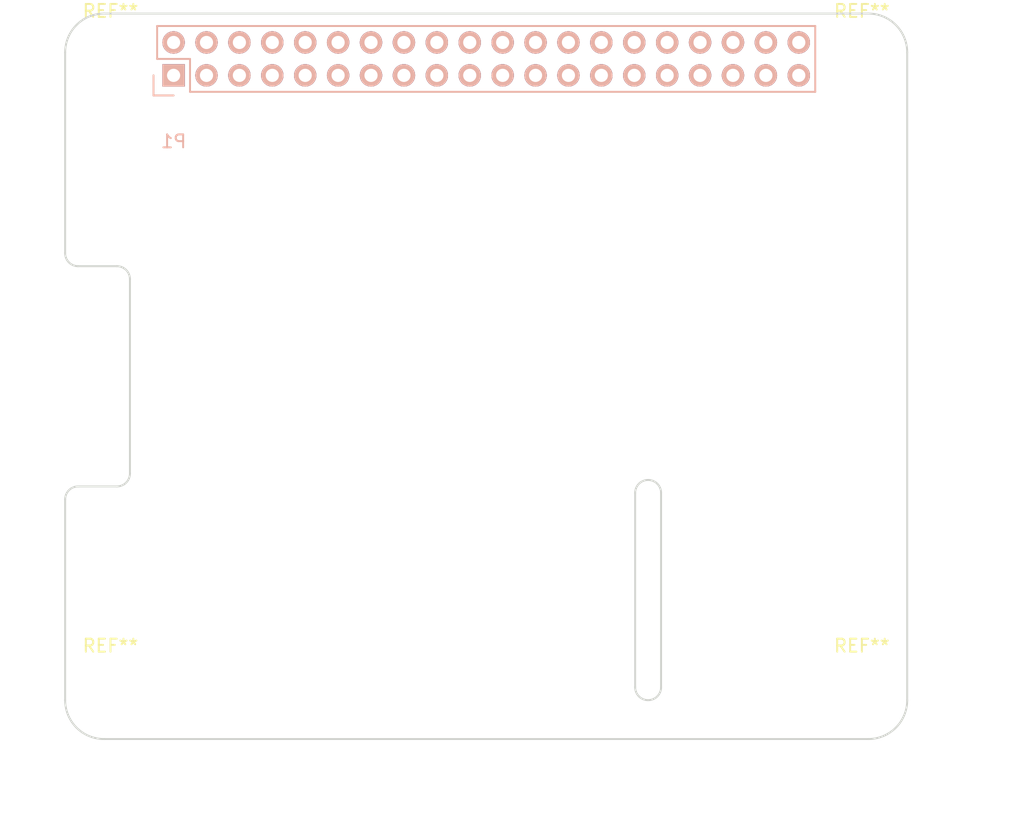
<source format=kicad_pcb>
(kicad_pcb (version 4) (host pcbnew 4.0.4+e1-6308~48~ubuntu16.04.1-stable)

  (general
    (links 9)
    (no_connects 9)
    (area 49.895238 47.825 125.104762 106.275)
    (thickness 1.6)
    (drawings 22)
    (tracks 0)
    (zones 0)
    (modules 5)
    (nets 32)
  )

  (page A4)
  (layers
    (0 F.Cu signal)
    (31 B.Cu signal)
    (32 B.Adhes user)
    (33 F.Adhes user)
    (34 B.Paste user)
    (35 F.Paste user)
    (36 B.SilkS user)
    (37 F.SilkS user)
    (38 B.Mask user)
    (39 F.Mask user)
    (40 Dwgs.User user)
    (41 Cmts.User user)
    (42 Eco1.User user)
    (43 Eco2.User user)
    (44 Edge.Cuts user)
    (45 Margin user)
    (46 B.CrtYd user)
    (47 F.CrtYd user)
    (48 B.Fab user)
    (49 F.Fab user)
  )

  (setup
    (last_trace_width 0.25)
    (trace_clearance 0.2)
    (zone_clearance 0.508)
    (zone_45_only no)
    (trace_min 0.2)
    (segment_width 0.2)
    (edge_width 0.15)
    (via_size 0.6)
    (via_drill 0.4)
    (via_min_size 0.4)
    (via_min_drill 0.3)
    (uvia_size 0.3)
    (uvia_drill 0.1)
    (uvias_allowed no)
    (uvia_min_size 0.2)
    (uvia_min_drill 0.1)
    (pcb_text_width 0.3)
    (pcb_text_size 1.5 1.5)
    (mod_edge_width 0.15)
    (mod_text_size 1 1)
    (mod_text_width 0.15)
    (pad_size 1.524 1.524)
    (pad_drill 0.762)
    (pad_to_mask_clearance 0.2)
    (aux_axis_origin 0 0)
    (visible_elements FFFFFF7F)
    (pcbplotparams
      (layerselection 0x00030_80000001)
      (usegerberextensions false)
      (excludeedgelayer true)
      (linewidth 0.100000)
      (plotframeref false)
      (viasonmask false)
      (mode 1)
      (useauxorigin false)
      (hpglpennumber 1)
      (hpglpenspeed 20)
      (hpglpendiameter 15)
      (hpglpenoverlay 2)
      (psnegative false)
      (psa4output false)
      (plotreference true)
      (plotvalue true)
      (plotinvisibletext false)
      (padsonsilk false)
      (subtractmaskfromsilk false)
      (outputformat 1)
      (mirror false)
      (drillshape 1)
      (scaleselection 1)
      (outputdirectory ""))
  )

  (net 0 "")
  (net 1 +3V3)
  (net 2 +5V)
  (net 3 "/GPIO2(SDA1)")
  (net 4 "/GPIO3(SCL1)")
  (net 5 GND)
  (net 6 /GPIO4)
  (net 7 "/GPIO14(TXD0)")
  (net 8 "/GPIO15(RXD0)")
  (net 9 /GPIO17)
  (net 10 /GPIO18)
  (net 11 /GPIO27)
  (net 12 /GPIO22)
  (net 13 /GPIO23)
  (net 14 /GPIO24)
  (net 15 "/GPIO10(MOSI0)")
  (net 16 "/GPIO9(MISO0)")
  (net 17 /GPIO25)
  (net 18 "/GPIO11(SCLK0)")
  (net 19 "/GPIO8(CE0)")
  (net 20 "/GPIO7(CE1)")
  (net 21 "/GPIO0(ID_SD)")
  (net 22 "/GPIO1(ID_SC)")
  (net 23 /GPIO5)
  (net 24 /GPIO6)
  (net 25 /GPIO12)
  (net 26 /GPIO13)
  (net 27 "/GPIO19(MISO1)")
  (net 28 "/GPIO16(CE2)")
  (net 29 /GPIO26)
  (net 30 "/GPIO20(MOSI1)")
  (net 31 "/GPIO21(SCLK1)")

  (net_class Default "This is the default net class."
    (clearance 0.2)
    (trace_width 0.25)
    (via_dia 0.6)
    (via_drill 0.4)
    (uvia_dia 0.3)
    (uvia_drill 0.1)
    (add_net +3V3)
    (add_net +5V)
    (add_net "/GPIO0(ID_SD)")
    (add_net "/GPIO1(ID_SC)")
    (add_net "/GPIO10(MOSI0)")
    (add_net "/GPIO11(SCLK0)")
    (add_net /GPIO12)
    (add_net /GPIO13)
    (add_net "/GPIO14(TXD0)")
    (add_net "/GPIO15(RXD0)")
    (add_net "/GPIO16(CE2)")
    (add_net /GPIO17)
    (add_net /GPIO18)
    (add_net "/GPIO19(MISO1)")
    (add_net "/GPIO2(SDA1)")
    (add_net "/GPIO20(MOSI1)")
    (add_net "/GPIO21(SCLK1)")
    (add_net /GPIO22)
    (add_net /GPIO23)
    (add_net /GPIO24)
    (add_net /GPIO25)
    (add_net /GPIO26)
    (add_net /GPIO27)
    (add_net "/GPIO3(SCL1)")
    (add_net /GPIO4)
    (add_net /GPIO5)
    (add_net /GPIO6)
    (add_net "/GPIO7(CE1)")
    (add_net "/GPIO8(CE0)")
    (add_net "/GPIO9(MISO0)")
    (add_net GND)
  )

  (module Socket_Strips:Socket_Strip_Straight_2x20 (layer B.Cu) (tedit 0) (tstamp 5818997E)
    (at 87.5 52.5)
    (descr "Through hole socket strip")
    (tags "socket strip")
    (path /58189273)
    (fp_text reference P1 (at -24.13 6.37) (layer B.SilkS)
      (effects (font (size 1 1) (thickness 0.15)) (justify mirror))
    )
    (fp_text value CONN_02X20 (at -24.13 4.37) (layer B.Fab)
      (effects (font (size 1 1) (thickness 0.15)) (justify mirror))
    )
    (fp_line (start -25.88 3.02) (end -25.88 -3.03) (layer B.CrtYd) (width 0.05))
    (fp_line (start 25.92 3.02) (end 25.92 -3.03) (layer B.CrtYd) (width 0.05))
    (fp_line (start -25.88 3.02) (end 25.92 3.02) (layer B.CrtYd) (width 0.05))
    (fp_line (start -25.88 -3.03) (end 25.92 -3.03) (layer B.CrtYd) (width 0.05))
    (fp_line (start 25.4 -2.54) (end -25.4 -2.54) (layer B.SilkS) (width 0.15))
    (fp_line (start -22.86 2.54) (end 25.4 2.54) (layer B.SilkS) (width 0.15))
    (fp_line (start 25.4 -2.54) (end 25.4 2.54) (layer B.SilkS) (width 0.15))
    (fp_line (start -25.4 -2.54) (end -25.4 0) (layer B.SilkS) (width 0.15))
    (fp_line (start -24.13 2.82) (end -25.68 2.82) (layer B.SilkS) (width 0.15))
    (fp_line (start -25.4 0) (end -22.86 0) (layer B.SilkS) (width 0.15))
    (fp_line (start -22.86 0) (end -22.86 2.54) (layer B.SilkS) (width 0.15))
    (fp_line (start -25.68 2.82) (end -25.68 1.27) (layer B.SilkS) (width 0.15))
    (pad 1 thru_hole rect (at -24.13 1.27) (size 1.7272 1.7272) (drill 1.016) (layers *.Cu *.Mask B.SilkS)
      (net 1 +3V3))
    (pad 2 thru_hole oval (at -24.13 -1.27) (size 1.7272 1.7272) (drill 1.016) (layers *.Cu *.Mask B.SilkS)
      (net 2 +5V))
    (pad 3 thru_hole oval (at -21.59 1.27) (size 1.7272 1.7272) (drill 1.016) (layers *.Cu *.Mask B.SilkS)
      (net 3 "/GPIO2(SDA1)"))
    (pad 4 thru_hole oval (at -21.59 -1.27) (size 1.7272 1.7272) (drill 1.016) (layers *.Cu *.Mask B.SilkS)
      (net 2 +5V))
    (pad 5 thru_hole oval (at -19.05 1.27) (size 1.7272 1.7272) (drill 1.016) (layers *.Cu *.Mask B.SilkS)
      (net 4 "/GPIO3(SCL1)"))
    (pad 6 thru_hole oval (at -19.05 -1.27) (size 1.7272 1.7272) (drill 1.016) (layers *.Cu *.Mask B.SilkS)
      (net 5 GND))
    (pad 7 thru_hole oval (at -16.51 1.27) (size 1.7272 1.7272) (drill 1.016) (layers *.Cu *.Mask B.SilkS)
      (net 6 /GPIO4))
    (pad 8 thru_hole oval (at -16.51 -1.27) (size 1.7272 1.7272) (drill 1.016) (layers *.Cu *.Mask B.SilkS)
      (net 7 "/GPIO14(TXD0)"))
    (pad 9 thru_hole oval (at -13.97 1.27) (size 1.7272 1.7272) (drill 1.016) (layers *.Cu *.Mask B.SilkS)
      (net 5 GND))
    (pad 10 thru_hole oval (at -13.97 -1.27) (size 1.7272 1.7272) (drill 1.016) (layers *.Cu *.Mask B.SilkS)
      (net 8 "/GPIO15(RXD0)"))
    (pad 11 thru_hole oval (at -11.43 1.27) (size 1.7272 1.7272) (drill 1.016) (layers *.Cu *.Mask B.SilkS)
      (net 9 /GPIO17))
    (pad 12 thru_hole oval (at -11.43 -1.27) (size 1.7272 1.7272) (drill 1.016) (layers *.Cu *.Mask B.SilkS)
      (net 10 /GPIO18))
    (pad 13 thru_hole oval (at -8.89 1.27) (size 1.7272 1.7272) (drill 1.016) (layers *.Cu *.Mask B.SilkS)
      (net 11 /GPIO27))
    (pad 14 thru_hole oval (at -8.89 -1.27) (size 1.7272 1.7272) (drill 1.016) (layers *.Cu *.Mask B.SilkS)
      (net 5 GND))
    (pad 15 thru_hole oval (at -6.35 1.27) (size 1.7272 1.7272) (drill 1.016) (layers *.Cu *.Mask B.SilkS)
      (net 12 /GPIO22))
    (pad 16 thru_hole oval (at -6.35 -1.27) (size 1.7272 1.7272) (drill 1.016) (layers *.Cu *.Mask B.SilkS)
      (net 13 /GPIO23))
    (pad 17 thru_hole oval (at -3.81 1.27) (size 1.7272 1.7272) (drill 1.016) (layers *.Cu *.Mask B.SilkS)
      (net 1 +3V3))
    (pad 18 thru_hole oval (at -3.81 -1.27) (size 1.7272 1.7272) (drill 1.016) (layers *.Cu *.Mask B.SilkS)
      (net 14 /GPIO24))
    (pad 19 thru_hole oval (at -1.27 1.27) (size 1.7272 1.7272) (drill 1.016) (layers *.Cu *.Mask B.SilkS)
      (net 15 "/GPIO10(MOSI0)"))
    (pad 20 thru_hole oval (at -1.27 -1.27) (size 1.7272 1.7272) (drill 1.016) (layers *.Cu *.Mask B.SilkS)
      (net 5 GND))
    (pad 21 thru_hole oval (at 1.27 1.27) (size 1.7272 1.7272) (drill 1.016) (layers *.Cu *.Mask B.SilkS)
      (net 16 "/GPIO9(MISO0)"))
    (pad 22 thru_hole oval (at 1.27 -1.27) (size 1.7272 1.7272) (drill 1.016) (layers *.Cu *.Mask B.SilkS)
      (net 17 /GPIO25))
    (pad 23 thru_hole oval (at 3.81 1.27) (size 1.7272 1.7272) (drill 1.016) (layers *.Cu *.Mask B.SilkS)
      (net 18 "/GPIO11(SCLK0)"))
    (pad 24 thru_hole oval (at 3.81 -1.27) (size 1.7272 1.7272) (drill 1.016) (layers *.Cu *.Mask B.SilkS)
      (net 19 "/GPIO8(CE0)"))
    (pad 25 thru_hole oval (at 6.35 1.27) (size 1.7272 1.7272) (drill 1.016) (layers *.Cu *.Mask B.SilkS)
      (net 5 GND))
    (pad 26 thru_hole oval (at 6.35 -1.27) (size 1.7272 1.7272) (drill 1.016) (layers *.Cu *.Mask B.SilkS)
      (net 20 "/GPIO7(CE1)"))
    (pad 27 thru_hole oval (at 8.89 1.27) (size 1.7272 1.7272) (drill 1.016) (layers *.Cu *.Mask B.SilkS)
      (net 21 "/GPIO0(ID_SD)"))
    (pad 28 thru_hole oval (at 8.89 -1.27) (size 1.7272 1.7272) (drill 1.016) (layers *.Cu *.Mask B.SilkS)
      (net 22 "/GPIO1(ID_SC)"))
    (pad 29 thru_hole oval (at 11.43 1.27) (size 1.7272 1.7272) (drill 1.016) (layers *.Cu *.Mask B.SilkS)
      (net 23 /GPIO5))
    (pad 30 thru_hole oval (at 11.43 -1.27) (size 1.7272 1.7272) (drill 1.016) (layers *.Cu *.Mask B.SilkS)
      (net 5 GND))
    (pad 31 thru_hole oval (at 13.97 1.27) (size 1.7272 1.7272) (drill 1.016) (layers *.Cu *.Mask B.SilkS)
      (net 24 /GPIO6))
    (pad 32 thru_hole oval (at 13.97 -1.27) (size 1.7272 1.7272) (drill 1.016) (layers *.Cu *.Mask B.SilkS)
      (net 25 /GPIO12))
    (pad 33 thru_hole oval (at 16.51 1.27) (size 1.7272 1.7272) (drill 1.016) (layers *.Cu *.Mask B.SilkS)
      (net 26 /GPIO13))
    (pad 34 thru_hole oval (at 16.51 -1.27) (size 1.7272 1.7272) (drill 1.016) (layers *.Cu *.Mask B.SilkS)
      (net 5 GND))
    (pad 35 thru_hole oval (at 19.05 1.27) (size 1.7272 1.7272) (drill 1.016) (layers *.Cu *.Mask B.SilkS)
      (net 27 "/GPIO19(MISO1)"))
    (pad 36 thru_hole oval (at 19.05 -1.27) (size 1.7272 1.7272) (drill 1.016) (layers *.Cu *.Mask B.SilkS)
      (net 28 "/GPIO16(CE2)"))
    (pad 37 thru_hole oval (at 21.59 1.27) (size 1.7272 1.7272) (drill 1.016) (layers *.Cu *.Mask B.SilkS)
      (net 29 /GPIO26))
    (pad 38 thru_hole oval (at 21.59 -1.27) (size 1.7272 1.7272) (drill 1.016) (layers *.Cu *.Mask B.SilkS)
      (net 30 "/GPIO20(MOSI1)"))
    (pad 39 thru_hole oval (at 24.13 1.27) (size 1.7272 1.7272) (drill 1.016) (layers *.Cu *.Mask B.SilkS)
      (net 5 GND))
    (pad 40 thru_hole oval (at 24.13 -1.27) (size 1.7272 1.7272) (drill 1.016) (layers *.Cu *.Mask B.SilkS)
      (net 31 "/GPIO21(SCLK1)"))
    (model Socket_Strips.3dshapes/Socket_Strip_Straight_2x20.wrl
      (at (xyz 0 0 0))
      (scale (xyz 1 1 1))
      (rotate (xyz 0 0 180))
    )
  )

  (module Mounting_Holes:MountingHole_2.75mm (layer F.Cu) (tedit 58189F39) (tstamp 58189F51)
    (at 58.5 101.5)
    (descr "Mounting Hole 2.75mm")
    (tags "mounting hole 2.75mm")
    (fp_text reference REF** (at 0 -3.7) (layer F.SilkS)
      (effects (font (size 1 1) (thickness 0.15)))
    )
    (fp_text value MountingHole_2.75mm (at 0 3.7) (layer F.Fab)
      (effects (font (size 1 1) (thickness 0.15)))
    )
    (fp_circle (center 0 0) (end 3 0) (layer Cmts.User) (width 0.15))
    (fp_circle (center 0 0) (end 3.125 0) (layer F.CrtYd) (width 0.05))
    (pad "" np_thru_hole circle (at 0 0) (size 2.75 2.75) (drill 2.75) (layers *.Cu *.Mask)
      (solder_mask_margin 1.75))
  )

  (module Mounting_Holes:MountingHole_2.75mm (layer F.Cu) (tedit 58189F39) (tstamp 58189F78)
    (at 116.5 101.5)
    (descr "Mounting Hole 2.75mm")
    (tags "mounting hole 2.75mm")
    (fp_text reference REF** (at 0 -3.7) (layer F.SilkS)
      (effects (font (size 1 1) (thickness 0.15)))
    )
    (fp_text value MountingHole_2.75mm (at 0 3.7) (layer F.Fab)
      (effects (font (size 1 1) (thickness 0.15)))
    )
    (fp_circle (center 0 0) (end 3 0) (layer Cmts.User) (width 0.15))
    (fp_circle (center 0 0) (end 3.125 0) (layer F.CrtYd) (width 0.05))
    (pad "" np_thru_hole circle (at 0 0) (size 2.75 2.75) (drill 2.75) (layers *.Cu *.Mask)
      (solder_mask_margin 1.75))
  )

  (module Mounting_Holes:MountingHole_2.75mm (layer F.Cu) (tedit 58189F39) (tstamp 58189F7F)
    (at 116.5 52.5)
    (descr "Mounting Hole 2.75mm")
    (tags "mounting hole 2.75mm")
    (fp_text reference REF** (at 0 -3.7) (layer F.SilkS)
      (effects (font (size 1 1) (thickness 0.15)))
    )
    (fp_text value MountingHole_2.75mm (at 0 3.7) (layer F.Fab)
      (effects (font (size 1 1) (thickness 0.15)))
    )
    (fp_circle (center 0 0) (end 3 0) (layer Cmts.User) (width 0.15))
    (fp_circle (center 0 0) (end 3.125 0) (layer F.CrtYd) (width 0.05))
    (pad "" np_thru_hole circle (at 0 0) (size 2.75 2.75) (drill 2.75) (layers *.Cu *.Mask)
      (solder_mask_margin 1.75))
  )

  (module Mounting_Holes:MountingHole_2.75mm (layer F.Cu) (tedit 58189F39) (tstamp 58189F88)
    (at 58.5 52.5)
    (descr "Mounting Hole 2.75mm")
    (tags "mounting hole 2.75mm")
    (fp_text reference REF** (at 0 -3.7) (layer F.SilkS)
      (effects (font (size 1 1) (thickness 0.15)))
    )
    (fp_text value MountingHole_2.75mm (at 0 3.7) (layer F.Fab)
      (effects (font (size 1 1) (thickness 0.15)))
    )
    (fp_circle (center 0 0) (end 3 0) (layer Cmts.User) (width 0.15))
    (fp_circle (center 0 0) (end 3.125 0) (layer F.CrtYd) (width 0.05))
    (pad "" np_thru_hole circle (at 0 0) (size 2.75 2.75) (drill 2.75) (layers *.Cu *.Mask)
      (solder_mask_margin 1.75))
  )

  (dimension 56 (width 0.3) (layer Eco1.User)
    (gr_text "56,000 mm" (at 126.35 77 90) (layer Eco1.User)
      (effects (font (size 1.5 1.5) (thickness 0.3)))
    )
    (feature1 (pts (xy 117 49) (xy 127.7 49)))
    (feature2 (pts (xy 117 105) (xy 127.7 105)))
    (crossbar (pts (xy 125 105) (xy 125 49)))
    (arrow1a (pts (xy 125 49) (xy 125.586421 50.126504)))
    (arrow1b (pts (xy 125 49) (xy 124.413579 50.126504)))
    (arrow2a (pts (xy 125 105) (xy 125.586421 103.873496)))
    (arrow2b (pts (xy 125 105) (xy 124.413579 103.873496)))
  )
  (dimension 65 (width 0.3) (layer Eco1.User)
    (gr_text "65,000 mm" (at 87.5 111.349999) (layer Eco1.User)
      (effects (font (size 1.5 1.5) (thickness 0.3)))
    )
    (feature1 (pts (xy 120 102) (xy 120 112.699999)))
    (feature2 (pts (xy 55 102) (xy 55 112.699999)))
    (crossbar (pts (xy 55 109.999999) (xy 120 109.999999)))
    (arrow1a (pts (xy 120 109.999999) (xy 118.873496 110.58642)))
    (arrow1b (pts (xy 120 109.999999) (xy 118.873496 109.413578)))
    (arrow2a (pts (xy 55 109.999999) (xy 56.126504 110.58642)))
    (arrow2b (pts (xy 55 109.999999) (xy 56.126504 109.413578)))
  )
  (gr_arc (start 100 101) (end 101 101) (angle 180) (layer Edge.Cuts) (width 0.15))
  (gr_arc (start 100 86) (end 99 86) (angle 180) (layer Edge.Cuts) (width 0.15))
  (gr_line (start 101 101) (end 101 86) (angle 90) (layer Edge.Cuts) (width 0.15))
  (gr_line (start 99 101) (end 99 86) (angle 90) (layer Edge.Cuts) (width 0.15))
  (gr_arc (start 56 67.5) (end 56 68.5) (angle 90) (layer Edge.Cuts) (width 0.15))
  (gr_arc (start 59 69.5) (end 59 68.5) (angle 90) (layer Edge.Cuts) (width 0.15))
  (gr_arc (start 59 84.5) (end 60 84.5) (angle 90) (layer Edge.Cuts) (width 0.15))
  (gr_arc (start 56 86.5) (end 55 86.5) (angle 90) (layer Edge.Cuts) (width 0.15))
  (gr_line (start 55 86.5) (end 55 102) (angle 90) (layer Edge.Cuts) (width 0.15))
  (gr_line (start 55 52) (end 55 67.5) (angle 90) (layer Edge.Cuts) (width 0.15))
  (gr_line (start 59 68.5) (end 56 68.5) (angle 90) (layer Edge.Cuts) (width 0.15))
  (gr_line (start 60 84.5) (end 60 69.5) (angle 90) (layer Edge.Cuts) (width 0.15))
  (gr_line (start 56 85.5) (end 59 85.5) (angle 90) (layer Edge.Cuts) (width 0.15))
  (gr_arc (start 58 52) (end 55 52) (angle 90) (layer Edge.Cuts) (width 0.15))
  (gr_arc (start 117 52) (end 117 49) (angle 90) (layer Edge.Cuts) (width 0.15))
  (gr_arc (start 117 102) (end 120 102) (angle 90) (layer Edge.Cuts) (width 0.15))
  (gr_arc (start 58 102) (end 58 105) (angle 90) (layer Edge.Cuts) (width 0.15))
  (gr_line (start 117 49) (end 58 49) (angle 90) (layer Edge.Cuts) (width 0.15))
  (gr_line (start 120 102) (end 120 52) (angle 90) (layer Edge.Cuts) (width 0.15))
  (gr_line (start 58 105) (end 117 105) (angle 90) (layer Edge.Cuts) (width 0.15))

)

</source>
